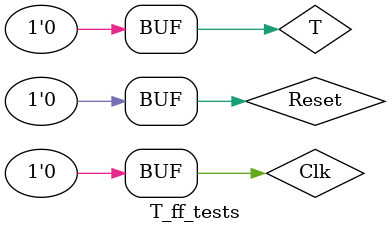
<source format=v>
`timescale 1ns / 1ps


module T_ff_tests;

	// Inputs
	reg T;
	reg Clk;
	reg Reset;

	// Outputs
	wire Q;
	wire Q_bar;

	// Instantiate the Unit Under Test (UUT)
	T_flipflop uut (
		.T(T), 
		.Clk(Clk), 
		.Reset(Reset), 
		.Q(Q), 
		.Q_bar(Q_bar)
	);

	initial begin
		Clk = 0;
		repeat(20)
		#50 Clk = ~Clk;
	end
	initial begin
		T = 0;
		repeat(18)
		#60 T = ~T;
	end
	initial begin
		Reset = 1;
		#50;
		Reset = 0;
	end
	
endmodule


</source>
